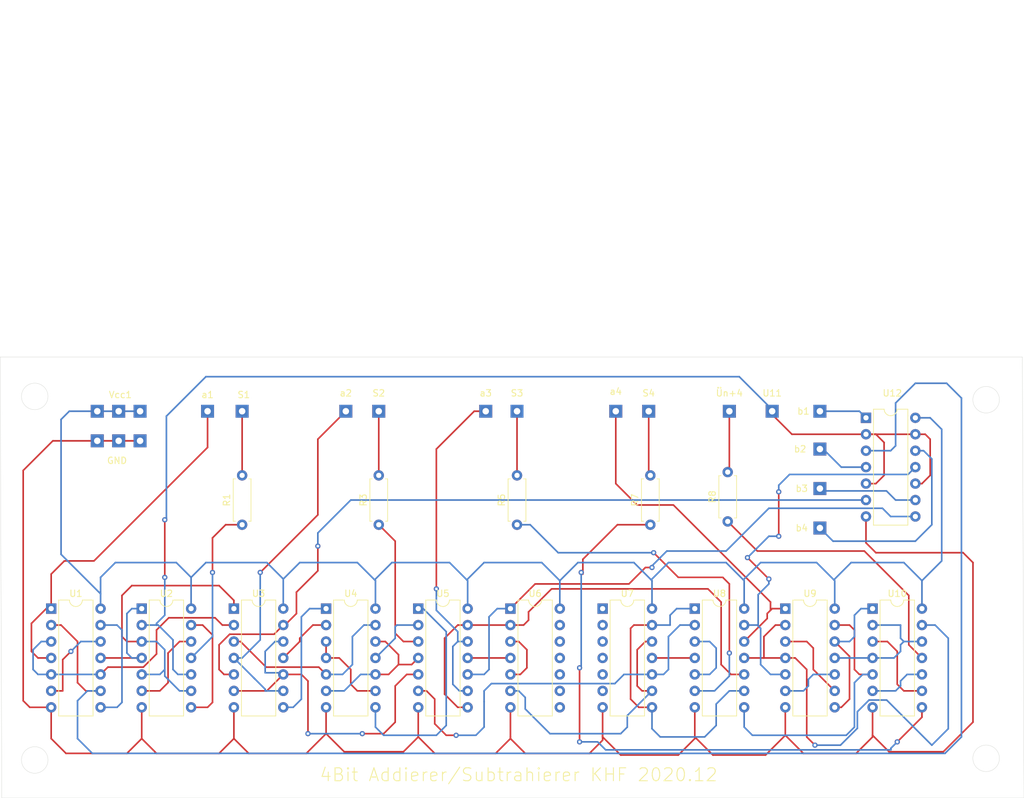
<source format=kicad_pcb>
(kicad_pcb (version 20221018) (generator pcbnew)
  (layers (0 "F.Cu" signal) (31 "B.Cu" signal) (34 "B.Paste" user) (35 "F.Paste" user) (36 "B.SilkS" user "B.Silkscreen") (37 "F.SilkS" user "F.Silkscreen") (38 "B.Mask" user) (39 "F.Mask" user) (44 "Edge.Cuts" user))
  (net 0 "")
  (net 1 "Net-(U1-Pad1)")
  (net 2 "Net-(U1-Pad2)")
  (net 3 "Net-(R1-Pad1)")
  (net 4 "Net-(R3-Pad1)")
  (net 5 "Net-(U1-Pad13)")
  (net 6 "Net-(U1-Pad10)")
  (net 7 "Net-(U1-Pad11)")
  (net 8 "Net-(U1-Pad12)")
  (net 9 "Net-(U2-Pad3)")
  (net 10 "Net-(U2-Pad12)")
  (net 11 "Net-(U2-Pad13)")
  (net 12 "Net-(U3-Pad4)")
  (net 13 "Net-(U3-Pad10)")
  (net 14 "Net-(U3-Pad11)")
  (net 15 "Net-(U3-Pad8)")
  (net 16 "Net-(U4-Pad8)")
  (net 17 "Net-(U4-Pad3)")
  (net 18 "Net-(U4-Pad10)")
  (net 19 "Net-(U4-Pad11)")
  (net 20 "+5V")
  (net 21 "Net-(U5-Pad12)")
  (net 22 "Net-(R5-Pad1)")
  (net 23 "Net-(R7-Pad1)")
  (net 24 "Net-(R8-Pad1)")
  (net 25 "Net-(U5-Pad13)")
  (net 26 "Net-(U5-Pad11)")
  (net 27 "Net-(U6-Pad3)")
  (net 28 "Net-(U6-Pad6)")
  (net 29 "Net-(U7-Pad13)")
  (net 30 "Net-(U7-Pad11)")
  (net 31 "Net-(U8-Pad3)")
  (net 32 "Net-(U10-Pad13)")
  (net 33 "Net-(U8-Pad12)")
  (net 34 "Net-(U10-Pad5)")
  (net 35 "Net-(U9-Pad10)")
  (net 36 "Net-(U10-Pad1)")
  (net 37 "Net-(U10-Pad12)")
  (net 38 "Net-(U9-Pad3)")
  (net 39 "Net-(U10-Pad3)")
  (net 40 "Net-(U10-Pad10)")
  (net 41 "Net-(U12-Pad1)")
  (net 42 "Net-(U12-Pad4)")
  (net 43 "Net-(U12-Pad9)")
  (net 44 "Net-(U12-Pad12)")
  (net 45 "Net-(GND1-Pad1)")
  (net 46 "Net-(R1-Pad2)")
  (net 47 "Net-(R3-Pad2)")
  (net 48 "Net-(R5-Pad2)")
  (net 49 "Net-(R7-Pad2)")
  (net 50 "Net-(R8-Pad2)")
  (net 51 "Net-(U3-Pad3)")
  (net 52 "Net-(U12-Pad6)")
  (net 53 "Net-(U12-Pad8)")
  (net 54 "Net-(U5-Pad6)")
  (net 55 "Net-(U12-Pad11)")
  (net 56 "Net-(U11-Pad1)")
  (footprint "KHF_LIB:LP" (layer "F.Cu") (at 70.866 94.996)
    (fp_text reference "a1")
    (fp_text value "LP_A")
  )
  (footprint "KHF_LIB:LP" (layer "F.Cu") (at 92.202 94.996)
    (fp_text reference "a2")
    (fp_text value "LP_A")
  )
  (footprint "KHF_LIB:LP" (layer "F.Cu") (at 113.792 94.996)
    (fp_text reference "a3")
    (fp_text value "LP_A")
  )
  (footprint "KHF_LIB:LP" (layer "F.Cu") (at 133.858 94.996)
    (fp_text reference "a4")
    (fp_text value "LP_A")
  )
  (footprint "KHF_LIB:LP" (layer "F.Cu") (at 165.354 94.996)
    (fp_text reference "b1")
    (fp_text value "LP_A")
  )
  (footprint "KHF_LIB:LP" (layer "F.Cu") (at 165.354 100.838)
    (fp_text reference "b2")
    (fp_text value "LP_A")
  )
  (footprint "KHF_LIB:LP" (layer "F.Cu") (at 165.354 106.934)
    (fp_text reference "b3")
    (fp_text value "LP_A")
  )
  (footprint "KHF_LIB:LP" (layer "F.Cu") (at 165.354 113.03)
    (fp_text reference "b4")
    (fp_text value "LP_A")
  )
  (footprint "KHF_LIB:LP" (layer "F.Cu") (at 53.848 99.568)
    (fp_text reference "GND1")
    (fp_text value "LP_GND")
  )
  (footprint "Resistor_THT:R_Axial_DIN0207_L6.3mm_D2.5mm_P7.62mm_Horizontal" (layer "F.Cu") (at 76.2 112.522 90)
    (fp_text reference "R1")
    (fp_text value "R")
  )
  (footprint "Resistor_THT:R_Axial_DIN0207_L6.3mm_D2.5mm_P7.62mm_Horizontal" (layer "F.Cu") (at 97.282 112.522 90)
    (fp_text reference "R3")
    (fp_text value "R")
  )
  (footprint "Resistor_THT:R_Axial_DIN0207_L6.3mm_D2.5mm_P7.62mm_Horizontal" (layer "F.Cu") (at 118.618 112.522 90)
    (fp_text reference "R5")
    (fp_text value "R")
  )
  (footprint "Resistor_THT:R_Axial_DIN0207_L6.3mm_D2.5mm_P7.62mm_Horizontal" (layer "F.Cu") (at 139.192 112.522 90)
    (fp_text reference "R7")
    (fp_text value "R")
  )
  (footprint "Resistor_THT:R_Axial_DIN0207_L6.3mm_D2.5mm_P7.62mm_Horizontal" (layer "F.Cu") (at 151.13 112.014 90)
    (fp_text reference "R8")
    (fp_text value "R")
  )
  (footprint "KHF_LIB:LP" (layer "F.Cu") (at 76.2 94.996)
    (fp_text reference "S1")
    (fp_text value "S1")
  )
  (footprint "KHF_LIB:LP" (layer "F.Cu") (at 97.282 94.996)
    (fp_text reference "S2")
    (fp_text value "S2")
  )
  (footprint "KHF_LIB:LP" (layer "F.Cu") (at 118.618 94.996)
    (fp_text reference "S3")
    (fp_text value "S3")
  )
  (footprint "KHF_LIB:LP" (layer "F.Cu") (at 138.938 94.996)
    (fp_text reference "S4")
    (fp_text value "S4")
  )
  (footprint "KHF_LIB:LP" (layer "F.Cu") (at 157.988 94.996)
    (fp_text reference "U11")
    (fp_text value "A/S")
  )
  (footprint "Package_DIP:DIP-14_W7.62mm" (layer "F.Cu") (at 172.466 96.012)
    (fp_text reference "U12")
    (fp_text value "74LS86")
  )
  (footprint "KHF_LIB:LP" (layer "F.Cu") (at 53.848 94.996)
    (fp_text reference "Vcc1")
    (fp_text value "LP_VCC")
  )
  (footprint "KHF_LIB:LP" (layer "F.Cu") (at 151.384 94.996)
    (fp_text reference "Ün+4")
    (fp_text value "Ün+4")
  )
  (footprint "KHF_LIB:LP" (layer "F.Cu") (at 60.452 99.568)
    (fp_text reference "GND")
    (fp_text value "LP_VCC")
  )
  (footprint "Package_DIP:DIP-14_W7.62mm" (layer "F.Cu") (at 173.482 125.476)
    (fp_text reference "U10")
    (fp_text value "74LS00")
  )
  (footprint "Package_DIP:DIP-14_W7.62mm" (layer "F.Cu") (at 46.736 125.476)
    (fp_text reference "U1")
    (fp_text value "74LS00")
  )
  (footprint "Package_DIP:DIP-14_W7.62mm" (layer "F.Cu") (at 60.706 125.476)
    (fp_text reference "U2")
    (fp_text value "74LS00")
  )
  (footprint "Package_DIP:DIP-14_W7.62mm" (layer "F.Cu") (at 74.93 125.476)
    (fp_text reference "U3")
    (fp_text value "74LS00")
  )
  (footprint "Package_DIP:DIP-14_W7.62mm" (layer "F.Cu") (at 89.154 125.476)
    (fp_text reference "U4")
    (fp_text value "74LS00")
  )
  (footprint "Package_DIP:DIP-14_W7.62mm" (layer "F.Cu") (at 103.378 125.476)
    (fp_text reference "U5")
    (fp_text value "74LS00")
  )
  (footprint "Package_DIP:DIP-14_W7.62mm" (layer "F.Cu") (at 117.602 125.476)
    (fp_text reference "U6")
    (fp_text value "74LS00")
  )
  (footprint "Package_DIP:DIP-14_W7.62mm" (layer "F.Cu") (at 131.826 125.476)
    (fp_text reference "U7")
    (fp_text value "74LS00")
  )
  (footprint "Package_DIP:DIP-14_W7.62mm" (layer "F.Cu") (at 146.05 125.476)
    (fp_text reference "U8")
    (fp_text value "74LS00")
  )
  (footprint "Package_DIP:DIP-14_W7.62mm" (layer "F.Cu") (at 160.02 125.476)
    (fp_text reference "U9")
    (fp_text value "74LS00")
  )
  (footprint "" (layer "F.Cu") (at 56.642 31.75)
    (fp_text reference "")
    (fp_text value "")
  )
  (footprint "KHF_LIB:LP" (layer "F.Cu") (at 57.15 99.568)
    (fp_text reference "Vcc1")
    (fp_text value "LP_VCC")
  )
  (footprint "KHF_LIB:LP" (layer "F.Cu") (at 60.452 94.996)
    (fp_text reference "Vcc1")
    (fp_text value "LP_VCC")
  )
  (footprint "KHF_LIB:LP" (layer "F.Cu") (at 57.15 94.996)
    (fp_text reference "Vcc1")
    (fp_text value "LP_VCC")
  )
  (gr_line (start 39.116 154.686) (end 38.862 86.614) (stroke (width 0.05)) (layer "Edge.Cuts"))
  (gr_circle (center 191.008 93.218) (end 193.04 93.472) (stroke (width 0.05)) (fill none) (layer "Edge.Cuts"))
  (gr_circle (center 44.196 148.844) (end 46.228 149.098) (stroke (width 0.05)) (fill none) (layer "Edge.Cuts"))
  (gr_line (start 196.85 154.686) (end 39.116 154.686) (stroke (width 0.05)) (layer "Edge.Cuts"))
  (gr_line (start 38.862 86.614) (end 196.596 86.614) (stroke (width 0.05)) (layer "Edge.Cuts"))
  (gr_circle (center 191.008 148.59) (end 193.04 148.844) (stroke (width 0.05)) (fill none) (layer "Edge.Cuts"))
  (gr_circle (center 44.196 92.71) (end 46.228 92.964) (stroke (width 0.05)) (fill none) (layer "Edge.Cuts"))
  (gr_line (start 196.596 86.614) (end 196.85 154.686) (stroke (width 0.05)) (layer "Edge.Cuts"))
  (gr_text "4Bit Addierer/Subtrahierer KHF 2020.12" (at 118.872 151.13) (layer "F.SilkS") (effects (font (size 2 2))))
  (segment (start 44.704 133.096) (end 46.736 133.096) (width 0.25) (layer "F.Cu") (net 1))
  (segment (start 45.974 125.476) (end 43.688 127.762) (width 0.25) (layer "F.Cu") (net 1))
  (segment (start 48.768 118.11) (end 46.736 120.142) (width 0.25) (layer "F.Cu") (net 1))
  (segment (start 46.736 125.476) (end 45.974 125.476) (width 0.25) (layer "F.Cu") (net 1))
  (segment (start 43.688 127.762) (end 43.688 132.08) (width 0.25) (layer "F.Cu") (net 1))
  (segment (start 70.866 94.996) (end 70.866 100.584) (width 0.25) (layer "F.Cu") (net 1))
  (segment (start 46.736 120.142) (end 46.736 125.476) (width 0.25) (layer "F.Cu") (net 1))
  (segment (start 53.34 118.11) (end 48.768 118.11) (width 0.25) (layer "F.Cu") (net 1))
  (segment (start 70.866 100.584) (end 53.34 118.11) (width 0.25) (layer "F.Cu") (net 1))
  (segment (start 43.688 132.08) (end 44.704 133.096) (width 0.25) (layer "F.Cu") (net 1))
  (segment (start 46.736 128.016) (end 48.26 128.016) (width 0.25) (layer "F.Cu") (net 2))
  (segment (start 50.8 130.556) (end 50.8 136.906) (width 0.25) (layer "F.Cu") (net 2))
  (segment (start 52.07 138.176) (end 54.356 138.176) (width 0.25) (layer "F.Cu") (net 2))
  (segment (start 50.8 136.906) (end 52.07 138.176) (width 0.25) (layer "F.Cu") (net 2))
  (segment (start 48.26 128.016) (end 50.8 130.556) (width 0.25) (layer "F.Cu") (net 2))
  (segment (start 176.276 101.092) (end 177.038 100.33) (width 0.25) (layer "B.Cu") (net 2))
  (segment (start 177.038 93.726) (end 180.086 90.678) (width 0.25) (layer "B.Cu") (net 2))
  (segment (start 172.466 101.092) (end 176.276 101.092) (width 0.25) (layer "B.Cu") (net 2))
  (segment (start 184.658 147.828) (end 53.086 147.828) (width 0.25) (layer "B.Cu") (net 2))
  (segment (start 50.8 139.7) (end 52.324 138.176) (width 0.25) (layer "B.Cu") (net 2))
  (segment (start 187.198 92.964) (end 187.198 145.288) (width 0.25) (layer "B.Cu") (net 2))
  (segment (start 50.8 145.542) (end 50.8 139.7) (width 0.25) (layer "B.Cu") (net 2))
  (segment (start 184.912 90.678) (end 187.198 92.964) (width 0.25) (layer "B.Cu") (net 2))
  (segment (start 177.038 100.33) (end 177.038 93.726) (width 0.25) (layer "B.Cu") (net 2))
  (segment (start 53.086 147.828) (end 50.8 145.542) (width 0.25) (layer "B.Cu") (net 2))
  (segment (start 180.086 90.678) (end 184.912 90.678) (width 0.25) (layer "B.Cu") (net 2))
  (segment (start 52.324 138.176) (end 54.356 138.176) (width 0.25) (layer "B.Cu") (net 2))
  (segment (start 187.198 145.288) (end 184.658 147.828) (width 0.25) (layer "B.Cu") (net 2))
  (segment (start 71.628 114.554) (end 73.66 112.522) (width 0.25) (layer "F.Cu") (net 3))
  (segment (start 71.628 119.888) (end 71.628 114.554) (width 0.25) (layer "F.Cu") (net 3))
  (segment (start 73.66 112.522) (end 76.2 112.522) (width 0.25) (layer "F.Cu") (net 3))
  (via (at 71.628 119.888) (size 0.8) (drill 0.4) (layers "F.Cu" "B.Cu") (net 3))
  (segment (start 68.326 133.096) (end 71.12 130.302) (width 0.25) (layer "B.Cu") (net 3))
  (segment (start 71.12 130.302) (end 71.628 129.794) (width 0.25) (layer "B.Cu") (net 3))
  (segment (start 71.628 129.794) (end 71.628 119.888) (width 0.25) (layer "B.Cu") (net 3))
  (segment (start 101.092 130.556) (end 103.378 130.556) (width 0.25) (layer "F.Cu") (net 4))
  (segment (start 97.282 112.522) (end 99.822 115.062) (width 0.25) (layer "F.Cu") (net 4))
  (segment (start 99.822 115.062) (end 99.822 129.286) (width 0.25) (layer "F.Cu") (net 4))
  (segment (start 99.822 129.286) (end 101.092 130.556) (width 0.25) (layer "F.Cu") (net 4))
  (segment (start 57.658 128.778) (end 57.658 139.954) (width 0.25) (layer "B.Cu") (net 5))
  (segment (start 56.896 128.016) (end 57.658 128.778) (width 0.25) (layer "B.Cu") (net 5))
  (segment (start 56.896 140.716) (end 54.356 140.716) (width 0.25) (layer "B.Cu") (net 5))
  (segment (start 57.658 139.954) (end 56.896 140.716) (width 0.25) (layer "B.Cu") (net 5))
  (segment (start 54.356 128.016) (end 56.896 128.016) (width 0.25) (layer "B.Cu") (net 5))
  (segment (start 62.992 132.475002) (end 60.956003 134.510999) (width 0.25) (layer "F.Cu") (net 6))
  (segment (start 55.481001 134.510999) (end 54.356 135.636) (width 0.25) (layer "F.Cu") (net 6))
  (segment (start 60.956003 134.510999) (end 55.481001 134.510999) (width 0.25) (layer "F.Cu") (net 6))
  (segment (start 62.992 128.778) (end 62.992 132.475002) (width 0.25) (layer "F.Cu") (net 6))
  (segment (start 72.026999 126.890999) (end 64.879001 126.890999) (width 0.25) (layer "F.Cu") (net 6))
  (segment (start 64.879001 126.890999) (end 62.992 128.778) (width 0.25) (layer "F.Cu") (net 6))
  (segment (start 73.152 128.016) (end 72.026999 126.890999) (width 0.25) (layer "F.Cu") (net 6))
  (segment (start 74.93 128.016) (end 73.152 128.016) (width 0.25) (layer "F.Cu") (net 6))
  (segment (start 45.212 130.556) (end 43.942 131.826) (width 0.25) (layer "B.Cu") (net 6))
  (segment (start 43.942 131.826) (end 43.942 134.874) (width 0.25) (layer "B.Cu") (net 6))
  (segment (start 44.704 135.636) (end 46.736 135.636) (width 0.25) (layer "B.Cu") (net 6))
  (segment (start 46.736 135.636) (end 54.356 135.636) (width 0.25) (layer "B.Cu") (net 6))
  (segment (start 43.942 134.874) (end 44.704 135.636) (width 0.25) (layer "B.Cu") (net 6))
  (segment (start 46.736 130.556) (end 45.212 130.556) (width 0.25) (layer "B.Cu") (net 6))
  (segment (start 54.356 133.096) (end 60.706 133.096) (width 0.25) (layer "F.Cu") (net 7))
  (segment (start 58.42 132.334) (end 59.182 133.096) (width 0.25) (layer "B.Cu") (net 7))
  (segment (start 59.182 133.096) (end 60.706 133.096) (width 0.25) (layer "B.Cu") (net 7))
  (segment (start 60.706 125.476) (end 59.182 125.476) (width 0.25) (layer "B.Cu") (net 7))
  (segment (start 58.42 126.238) (end 58.42 132.334) (width 0.25) (layer "B.Cu") (net 7))
  (segment (start 59.182 125.476) (end 58.42 126.238) (width 0.25) (layer "B.Cu") (net 7))
  (segment (start 48.514 138.176) (end 48.514 133.35) (width 0.25) (layer "F.Cu") (net 8))
  (segment (start 48.514 133.35) (end 49.784 132.08) (width 0.25) (layer "F.Cu") (net 8))
  (segment (start 46.736 138.176) (end 48.514 138.176) (width 0.25) (layer "F.Cu") (net 8))
  (via (at 49.784 132.08) (size 0.8) (drill 0.4) (layers "F.Cu" "B.Cu") (net 8))
  (segment (start 51.308 130.556) (end 54.356 130.556) (width 0.25) (layer "B.Cu") (net 8))
  (segment (start 49.784 132.08) (end 51.308 130.556) (width 0.25) (layer "B.Cu") (net 8))
  (segment (start 72.644 121.92) (end 59.182 121.92) (width 0.25) (layer "F.Cu") (net 9))
  (segment (start 74.93 124.206) (end 72.644 121.92) (width 0.25) (layer "F.Cu") (net 9))
  (segment (start 57.658 129.794) (end 58.42 130.556) (width 0.25) (layer "F.Cu") (net 9))
  (segment (start 57.658 123.444) (end 57.658 129.794) (width 0.25) (layer "F.Cu") (net 9))
  (segment (start 59.182 121.92) (end 57.658 123.444) (width 0.25) (layer "F.Cu") (net 9))
  (segment (start 74.93 125.476) (end 74.93 124.206) (width 0.25) (layer "F.Cu") (net 9))
  (segment (start 58.42 130.556) (end 60.706 130.556) (width 0.25) (layer "F.Cu") (net 9))
  (segment (start 64.262 134.874) (end 64.262 135.89) (width 0.25) (layer "B.Cu") (net 9))
  (segment (start 63.5 135.636) (end 60.706 135.636) (width 0.25) (layer "B.Cu") (net 9))
  (segment (start 66.548 138.176) (end 68.326 138.176) (width 0.25) (layer "B.Cu") (net 9))
  (segment (start 64.262 131.826) (end 64.262 134.874) (width 0.25) (layer "B.Cu") (net 9))
  (segment (start 62.992 130.556) (end 64.262 131.826) (width 0.25) (layer "B.Cu") (net 9))
  (segment (start 60.706 130.556) (end 62.992 130.556) (width 0.25) (layer "B.Cu") (net 9))
  (segment (start 64.262 134.874) (end 63.5 135.636) (width 0.25) (layer "B.Cu") (net 9))
  (segment (start 64.262 135.89) (end 66.548 138.176) (width 0.25) (layer "B.Cu") (net 9))
  (segment (start 64.77 132.334) (end 64.77 136.906) (width 0.25) (layer "F.Cu") (net 10))
  (segment (start 63.5 138.176) (end 60.706 138.176) (width 0.25) (layer "F.Cu") (net 10))
  (segment (start 66.548 130.556) (end 64.77 132.334) (width 0.25) (layer "F.Cu") (net 10))
  (segment (start 64.77 136.906) (end 63.5 138.176) (width 0.25) (layer "F.Cu") (net 10))
  (segment (start 68.326 130.556) (end 66.548 130.556) (width 0.25) (layer "F.Cu") (net 10))
  (segment (start 70.866 140.716) (end 68.326 140.716) (width 0.25) (layer "F.Cu") (net 11))
  (segment (start 71.628 129.54) (end 71.628 139.954) (width 0.25) (layer "F.Cu") (net 11))
  (segment (start 68.326 128.016) (end 70.104 128.016) (width 0.25) (layer "F.Cu") (net 11))
  (segment (start 70.104 128.016) (end 71.628 129.54) (width 0.25) (layer "F.Cu") (net 11))
  (segment (start 71.628 139.954) (end 70.866 140.716) (width 0.25) (layer "F.Cu") (net 11))
  (segment (start 87.884 110.998) (end 87.884 99.314) (width 0.25) (layer "F.Cu") (net 12))
  (segment (start 87.884 99.314) (end 92.202 94.996) (width 0.25) (layer "F.Cu") (net 12))
  (segment (start 78.994 119.888) (end 87.884 110.998) (width 0.25) (layer "F.Cu") (net 12))
  (via (at 78.994 119.888) (size 0.8) (drill 0.4) (layers "F.Cu" "B.Cu") (net 12))
  (segment (start 74.93 133.096) (end 77.978 136.144) (width 0.25) (layer "B.Cu") (net 12))
  (segment (start 79.756 138.176) (end 79.756 137.922) (width 0.25) (layer "B.Cu") (net 12))
  (segment (start 74.93 133.096) (end 76.2 133.096) (width 0.25) (layer "B.Cu") (net 12))
  (segment (start 79.756 137.922) (end 77.978 136.144) (width 0.25) (layer "B.Cu") (net 12))
  (segment (start 77.978 136.144) (end 78.232 136.398) (width 0.25) (layer "B.Cu") (net 12))
  (segment (start 76.2 133.096) (end 78.994 130.302) (width 0.25) (layer "B.Cu") (net 12))
  (segment (start 78.994 130.302) (end 78.994 119.888) (width 0.25) (layer "B.Cu") (net 12))
  (segment (start 82.55 138.176) (end 79.756 138.176) (width 0.25) (layer "B.Cu") (net 12))
  (segment (start 85.344 135.636) (end 86.36 136.652) (width 0.25) (layer "F.Cu") (net 13))
  (segment (start 80.01 138.176) (end 82.55 135.636) (width 0.25) (layer "F.Cu") (net 13))
  (segment (start 101.6 135.636) (end 99.822 137.414) (width 0.25) (layer "F.Cu") (net 13))
  (segment (start 99.822 137.414) (end 99.822 143.002) (width 0.25) (layer "F.Cu") (net 13))
  (segment (start 99.822 143.002) (end 98.044 144.78) (width 0.25) (layer "F.Cu") (net 13))
  (segment (start 98.044 144.78) (end 94.742 144.78) (width 0.25) (layer "F.Cu") (net 13))
  (segment (start 74.93 138.176) (end 80.01 138.176) (width 0.25) (layer "F.Cu") (net 13))
  (segment (start 86.36 136.652) (end 86.36 144.78) (width 0.25) (layer "F.Cu") (net 13))
  (segment (start 82.55 135.636) (end 85.344 135.636) (width 0.25) (layer "F.Cu") (net 13))
  (segment (start 103.378 135.636) (end 101.6 135.636) (width 0.25) (layer "F.Cu") (net 13))
  (via (at 94.742 144.78) (size 0.8) (drill 0.4) (layers "F.Cu" "B.Cu") (net 13))
  (via (at 86.36 144.78) (size 0.8) (drill 0.4) (layers "F.Cu" "B.Cu") (net 13))
  (segment (start 86.36 144.78) (end 94.742 144.78) (width 0.25) (layer "B.Cu") (net 13))
  (segment (start 82.55 130.556) (end 81.28 130.556) (width 0.25) (layer "B.Cu") (net 13))
  (segment (start 82.296 135.382) (end 82.55 135.636) (width 0.25) (layer "B.Cu") (net 13))
  (segment (start 81.28 130.556) (end 79.756 132.08) (width 0.25) (layer "B.Cu") (net 13))
  (segment (start 79.756 135.382) (end 82.296 135.382) (width 0.25) (layer "B.Cu") (net 13))
  (segment (start 79.756 132.08) (end 79.756 135.382) (width 0.25) (layer "B.Cu") (net 13))
  (segment (start 87.122 128.016) (end 89.154 128.016) (width 0.25) (layer "F.Cu") (net 14))
  (segment (start 82.55 133.096) (end 85.09 130.556) (width 0.25) (layer "F.Cu") (net 14))
  (segment (start 85.09 130.556) (end 85.09 130.048) (width 0.25) (layer "F.Cu") (net 14))
  (segment (start 85.09 130.048) (end 87.122 128.016) (width 0.25) (layer "F.Cu") (net 14))
  (segment (start 84.074 140.716) (end 82.55 140.716) (width 0.25) (layer "B.Cu") (net 15))
  (segment (start 86.614 125.476) (end 85.344 126.746) (width 0.25) (layer "B.Cu") (net 15))
  (segment (start 85.344 139.446) (end 84.074 140.716) (width 0.25) (layer "B.Cu") (net 15))
  (segment (start 85.344 126.746) (end 85.344 139.446) (width 0.25) (layer "B.Cu") (net 15))
  (segment (start 89.154 125.476) (end 86.614 125.476) (width 0.25) (layer "B.Cu") (net 15))
  (segment (start 104.14 125.476) (end 107.696 129.032) (width 0.25) (layer "B.Cu") (net 16))
  (segment (start 96.774 143.764) (end 96.774 140.716) (width 0.25) (layer "B.Cu") (net 16))
  (segment (start 98.044 145.034) (end 96.774 143.764) (width 0.25) (layer "B.Cu") (net 16))
  (segment (start 103.378 125.476) (end 104.14 125.476) (width 0.25) (layer "B.Cu") (net 16))
  (segment (start 107.696 143.51) (end 106.172 145.034) (width 0.25) (layer "B.Cu") (net 16))
  (segment (start 106.172 145.034) (end 98.044 145.034) (width 0.25) (layer "B.Cu") (net 16))
  (segment (start 107.696 129.032) (end 107.696 143.51) (width 0.25) (layer "B.Cu") (net 16))
  (segment (start 89.154 130.556) (end 89.154 133.096) (width 0.25) (layer "F.Cu") (net 17))
  (segment (start 89.154 133.096) (end 91.186 133.096) (width 0.25) (layer "F.Cu") (net 17))
  (segment (start 92.964 134.874) (end 92.964 137.16) (width 0.25) (layer "F.Cu") (net 17))
  (segment (start 93.98 138.176) (end 96.774 138.176) (width 0.25) (layer "F.Cu") (net 17))
  (segment (start 91.186 133.096) (end 92.964 134.874) (width 0.25) (layer "F.Cu") (net 17))
  (segment (start 92.964 137.16) (end 93.98 138.176) (width 0.25) (layer "F.Cu") (net 17))
  (segment (start 96.774 135.636) (end 98.806 135.636) (width 0.25) (layer "F.Cu") (net 18))
  (segment (start 98.298 130.556) (end 96.774 130.556) (width 0.25) (layer "F.Cu") (net 18))
  (segment (start 100.33 132.588) (end 98.298 130.556) (width 0.25) (layer "F.Cu") (net 18))
  (segment (start 98.806 135.636) (end 100.33 134.112) (width 0.25) (layer "F.Cu") (net 18))
  (segment (start 100.33 134.112) (end 102.362 134.112) (width 0.25) (layer "F.Cu") (net 18))
  (segment (start 100.33 134.112) (end 100.33 132.588) (width 0.25) (layer "F.Cu") (net 18))
  (segment (start 102.362 134.112) (end 103.378 133.096) (width 0.25) (layer "F.Cu") (net 18))
  (segment (start 94.488 135.636) (end 96.774 135.636) (width 0.25) (layer "B.Cu") (net 18))
  (segment (start 89.154 138.176) (end 91.948 138.176) (width 0.25) (layer "B.Cu") (net 18))
  (segment (start 91.948 138.176) (end 94.488 135.636) (width 0.25) (layer "B.Cu") (net 18))
  (segment (start 99.822 130.048) (end 99.822 128.27) (width 0.25) (layer "B.Cu") (net 19))
  (segment (start 99.822 128.27) (end 100.076 128.016) (width 0.25) (layer "B.Cu") (net 19))
  (segment (start 96.774 133.096) (end 99.822 130.048) (width 0.25) (layer "B.Cu") (net 19))
  (segment (start 100.076 128.016) (end 103.378 128.016) (width 0.25) (layer "B.Cu") (net 19))
  (segment (start 57.15 94.996) (end 53.848 94.996) (width 0.25) (layer "B.Cu") (net 20))
  (segment (start 141.986 118.364) (end 139.319 121.031) (width 0.25) (layer "B.Cu") (net 20))
  (segment (start 48.26 96.266) (end 48.26 117.094) (width 0.25) (layer "B.Cu") (net 20))
  (segment (start 110.998 125.476) (end 110.998 121.158) (width 0.25) (layer "B.Cu") (net 20))
  (segment (start 128.016 118.364) (end 125.222 121.158) (width 0.25) (layer "B.Cu") (net 20))
  (segment (start 56.642 118.364) (end 54.356 120.65) (width 0.25) (layer "B.Cu") (net 20))
  (segment (start 70.612 118.364) (end 68.326 120.65) (width 0.25) (layer "B.Cu") (net 20))
  (segment (start 60.452 94.996) (end 57.15 94.996) (width 0.25) (layer "B.Cu") (net 20))
  (segment (start 53.848 94.996) (end 49.53 94.996) (width 0.25) (layer "B.Cu") (net 20))
  (segment (start 66.04 118.364) (end 56.642 118.364) (width 0.25) (layer "B.Cu") (net 20))
  (segment (start 48.26 117.094) (end 54.356 123.19) (width 0.25) (layer "B.Cu") (net 20))
  (segment (start 80.01 118.364) (end 70.612 118.364) (width 0.25) (layer "B.Cu") (net 20))
  (segment (start 93.98 118.364) (end 85.09 118.364) (width 0.25) (layer "B.Cu") (net 20))
  (segment (start 113.538 118.364) (end 110.871 121.031) (width 0.25) (layer "B.Cu") (net 20))
  (segment (start 82.55 125.476) (end 82.55 120.904) (width 0.25) (layer "B.Cu") (net 20))
  (segment (start 153.67 121.158) (end 153.543 121.031) (width 0.25) (layer "B.Cu") (net 20))
  (segment (start 54.356 120.65) (end 54.356 123.19) (width 0.25) (layer "B.Cu") (net 20))
  (segment (start 150.876 118.364) (end 141.986 118.364) (width 0.25) (layer "B.Cu") (net 20))
  (segment (start 96.774 125.476) (end 96.774 121.158) (width 0.25) (layer "B.Cu") (net 20))
  (segment (start 139.446 121.158) (end 139.319 121.031) (width 0.25) (layer "B.Cu") (net 20))
  (segment (start 96.647 121.031) (end 93.98 118.364) (width 0.25) (layer "B.Cu") (net 20))
  (segment (start 96.774 121.158) (end 96.647 121.031) (width 0.25) (layer "B.Cu") (net 20))
  (segment (start 181.102 125.476) (end 181.102 121.158) (width 0.25) (layer "B.Cu") (net 20))
  (segment (start 108.204 118.364) (end 99.314 118.364) (width 0.25) (layer "B.Cu") (net 20))
  (segment (start 139.319 121.031) (end 136.652 118.364) (width 0.25) (layer "B.Cu") (net 20))
  (segment (start 181.102 121.158) (end 178.308 118.364) (width 0.25) (layer "B.Cu") (net 20))
  (segment (start 167.64 125.476) (end 167.64 121.158) (width 0.25) (layer "B.Cu") (net 20))
  (segment (start 164.846 118.364) (end 156.21 118.364) (width 0.25) (layer "B.Cu") (net 20))
  (segment (start 156.21 118.364) (end 153.543 121.031) (width 0.25) (layer "B.Cu") (net 20))
  (segment (start 110.998 121.158) (end 110.871 121.031) (width 0.25) (layer "B.Cu") (net 20))
  (segment (start 68.326 120.65) (end 66.04 118.364) (width 0.25) (layer "B.Cu") (net 20))
  (segment (start 184.15 97.79) (end 182.372 96.012) (width 0.25) (layer "B.Cu") (net 20))
  (segment (start 125.222 125.476) (end 125.222 121.158) (width 0.25) (layer "B.Cu") (net 20))
  (segment (start 85.09 118.364) (end 82.55 120.904) (width 0.25) (layer "B.Cu") (net 20))
  (segment (start 153.67 125.476) (end 153.67 121.158) (width 0.25) (layer "B.Cu") (net 20))
  (segment (start 184.15 118.11) (end 184.15 97.79) (width 0.25) (layer "B.Cu") (net 20))
  (segment (start 68.326 125.476) (end 68.326 120.65) (width 0.25) (layer "B.Cu") (net 20))
  (segment (start 170.18 118.364) (end 167.513 121.031) (width 0.25) (layer "B.Cu") (net 20))
  (segment (start 153.543 121.031) (end 150.876 118.364) (width 0.25) (layer "B.Cu") (net 20))
  (segment (start 136.652 118.364) (end 128.016 118.364) (width 0.25) (layer "B.Cu") (net 20))
  (segment (start 110.871 121.031) (end 108.204 118.364) (width 0.25) (layer "B.Cu") (net 20))
  (segment (start 178.308 118.364) (end 170.18 118.364) (width 0.25) (layer "B.Cu") (net 20))
  (segment (start 182.372 96.012) (end 180.086 96.012) (width 0.25) (layer "B.Cu") (net 20))
  (segment (start 125.222 121.158) (end 122.428 118.364) (width 0.25) (layer "B.Cu") (net 20))
  (segment (start 181.102 121.158) (end 184.15 118.11) (width 0.25) (layer "B.Cu") (net 20))
  (segment (start 167.64 121.158) (end 167.513 121.031) (width 0.25) (layer "B.Cu") (net 20))
  (segment (start 167.513 121.031) (end 164.846 118.364) (width 0.25) (layer "B.Cu") (net 20))
  (segment (start 139.446 125.476) (end 139.446 121.158) (width 0.25) (layer "B.Cu") (net 20))
  (segment (start 122.428 118.364) (end 113.538 118.364) (width 0.25) (layer "B.Cu") (net 20))
  (segment (start 99.314 118.364) (end 96.647 121.031) (width 0.25) (layer "B.Cu") (net 20))
  (segment (start 82.55 120.904) (end 80.01 118.364) (width 0.25) (layer "B.Cu") (net 20))
  (segment (start 49.53 94.996) (end 48.26 96.266) (width 0.25) (layer "B.Cu") (net 20))
  (segment (start 54.356 123.19) (end 54.356 125.476) (width 0.25) (layer "B.Cu") (net 20))
  (segment (start 113.792 94.996) (end 112.014 94.996) (width 0.25) (layer "F.Cu") (net 21))
  (segment (start 112.014 94.996) (end 106.172 100.838) (width 0.25) (layer "F.Cu") (net 21))
  (segment (start 106.172 100.838) (end 106.172 122.428) (width 0.25) (layer "F.Cu") (net 21))
  (via (at 106.172 122.428) (size 0.8) (drill 0.4) (layers "F.Cu" "B.Cu") (net 21))
  (segment (start 108.712 131.318) (end 109.474 130.556) (width 0.25) (layer "B.Cu") (net 21))
  (segment (start 110.998 138.176) (end 109.728 138.176) (width 0.25) (layer "B.Cu") (net 21))
  (segment (start 109.474 129.032) (end 109.474 130.556) (width 0.25) (layer "B.Cu") (net 21))
  (segment (start 109.728 138.176) (end 108.712 137.16) (width 0.25) (layer "B.Cu") (net 21))
  (segment (start 108.712 137.16) (end 108.712 131.318) (width 0.25) (layer "B.Cu") (net 21))
  (segment (start 106.172 125.73) (end 109.474 129.032) (width 0.25) (layer "B.Cu") (net 21))
  (segment (start 109.474 130.556) (end 110.998 130.556) (width 0.25) (layer "B.Cu") (net 21))
  (segment (start 106.172 122.428) (end 106.172 125.73) (width 0.25) (layer "B.Cu") (net 21))
  (segment (start 143.51 120.65) (end 150.368 120.65) (width 0.25) (layer "F.Cu") (net 22))
  (segment (start 150.368 120.65) (end 151.384 121.666) (width 0.25) (layer "F.Cu") (net 22))
  (segment (start 151.384 121.666) (end 151.384 132.334) (width 0.25) (layer "F.Cu") (net 22))
  (segment (start 139.7 116.84) (end 143.51 120.65) (width 0.25) (layer "F.Cu") (net 22))
  (via (at 151.384 132.334) (size 0.8) (drill 0.4) (layers "F.Cu" "B.Cu") (net 22))
  (via (at 139.7 116.84) (size 0.8) (drill 0.4) (layers "F.Cu" "B.Cu") (net 22))
  (segment (start 151.384 135.89) (end 149.098 138.176) (width 0.25) (layer "B.Cu") (net 22))
  (segment (start 151.384 132.334) (end 151.384 135.89) (width 0.25) (layer "B.Cu") (net 22))
  (segment (start 124.968 116.84) (end 139.7 116.84) (width 0.25) (layer "B.Cu") (net 22))
  (segment (start 149.098 138.176) (end 146.05 138.176) (width 0.25) (layer "B.Cu") (net 22))
  (segment (start 120.65 112.522) (end 124.968 116.84) (width 0.25) (layer "B.Cu") (net 22))
  (segment (start 118.618 112.522) (end 120.65 112.522) (width 0.25) (layer "B.Cu") (net 22))
  (segment (start 128.778 117.856) (end 128.778 120.142) (width 0.25) (layer "F.Cu") (net 23))
  (segment (start 128.27 134.62) (end 128.27 146.05) (width 0.25) (layer "F.Cu") (net 23))
  (segment (start 181.102 140.716) (end 181.102 142.24) (width 0.25) (layer "F.Cu") (net 23))
  (segment (start 139.192 112.522) (end 134.112 112.522) (width 0.25) (layer "F.Cu") (net 23))
  (segment (start 134.112 112.522) (end 128.778 117.856) (width 0.25) (layer "F.Cu") (net 23))
  (segment (start 128.778 120.142) (end 128.524 119.888) (width 0.25) (layer "F.Cu") (net 23))
  (segment (start 181.102 142.24) (end 177.292 146.05) (width 0.25) (layer "F.Cu") (net 23))
  (via (at 128.27 146.05) (size 0.8) (drill 0.4) (layers "F.Cu" "B.Cu") (net 23))
  (via (at 177.292 146.05) (size 0.8) (drill 0.4) (layers "F.Cu" "B.Cu") (net 23))
  (via (at 128.524 119.888) (size 0.8) (drill 0.4) (layers "F.Cu" "B.Cu") (net 23))
  (via (at 128.27 134.62) (size 0.8) (drill 0.4) (layers "F.Cu" "B.Cu") (net 23))
  (segment (start 132.297001 147.283001) (end 176.312999 147.283001) (width 0.25) (layer "B.Cu") (net 23))
  (segment (start 177.292 146.05) (end 176.312999 147.029001) (width 0.25) (layer "B.Cu") (net 23))
  (segment (start 176.312999 147.029001) (end 176.312999 147.283001) (width 0.25) (layer "B.Cu") (net 23))
  (segment (start 131.064 146.05) (end 132.297001 147.283001) (width 0.25) (layer "B.Cu") (net 23))
  (segment (start 128.524 119.888) (end 128.524 134.366) (width 0.25) (layer "B.Cu") (net 23))
  (segment (start 128.27 146.05) (end 131.064 146.05) (width 0.25) (layer "B.Cu") (net 23))
  (segment (start 128.524 134.366) (end 128.27 134.62) (width 0.25) (layer "B.Cu") (net 23))
  (segment (start 179.07 123.444) (end 172.212 116.586) (width 0.25) (layer "F.Cu") (net 24))
  (segment (start 181.102 133.096) (end 179.07 131.064) (width 0.25) (layer "F.Cu") (net 24))
  (segment (start 155.702 116.586) (end 151.13 112.014) (width 0.25) (layer "F.Cu") (net 24))
  (segment (start 179.07 131.064) (end 179.07 123.444) (width 0.25) (layer "F.Cu") (net 24))
  (segment (start 172.212 116.586) (end 155.702 116.586) (width 0.25) (layer "F.Cu") (net 24))
  (segment (start 150.114 124.46) (end 148.082 122.428) (width 0.25) (layer "F.Cu") (net 25))
  (segment (start 107.442 138.684) (end 109.474 140.716) (width 0.25) (layer "F.Cu") (net 25))
  (segment (start 110.998 128.016) (end 117.602 128.016) (width 0.25) (layer "F.Cu") (net 25))
  (segment (start 120.396 127.254) (end 119.634 128.016) (width 0.25) (layer "F.Cu") (net 25))
  (segment (start 119.634 128.016) (end 117.602 128.016) (width 0.25) (layer "F.Cu") (net 25))
  (segment (start 120.396 125.984) (end 120.396 127.254) (width 0.25) (layer "F.Cu") (net 25))
  (segment (start 123.952 122.428) (end 120.396 125.984) (width 0.25) (layer "F.Cu") (net 25))
  (segment (start 107.442 130.048) (end 107.442 138.684) (width 0.25) (layer "F.Cu") (net 25))
  (segment (start 153.67 135.636) (end 151.638 135.636) (width 0.25) (layer "F.Cu") (net 25))
  (segment (start 110.998 128.016) (end 109.474 128.016) (width 0.25) (layer "F.Cu") (net 25))
  (segment (start 151.638 135.636) (end 150.114 134.112) (width 0.25) (layer "F.Cu") (net 25))
  (segment (start 148.082 122.428) (end 123.952 122.428) (width 0.25) (layer "F.Cu") (net 25))
  (segment (start 150.114 134.112) (end 150.114 124.46) (width 0.25) (layer "F.Cu") (net 25))
  (segment (start 109.474 140.716) (end 110.998 140.716) (width 0.25) (layer "F.Cu") (net 25))
  (segment (start 109.474 128.016) (end 107.442 130.048) (width 0.25) (layer "F.Cu") (net 25))
  (segment (start 110.998 133.096) (end 117.602 133.096) (width 0.25) (layer "F.Cu") (net 26))
  (segment (start 120.142 131.826) (end 120.142 134.62) (width 0.25) (layer "F.Cu") (net 27))
  (segment (start 117.602 130.556) (end 118.872 130.556) (width 0.25) (layer "F.Cu") (net 27))
  (segment (start 119.126 135.636) (end 117.602 135.636) (width 0.25) (layer "F.Cu") (net 27))
  (segment (start 120.142 134.62) (end 119.126 135.636) (width 0.25) (layer "F.Cu") (net 27))
  (segment (start 118.872 130.556) (end 120.142 131.826) (width 0.25) (layer "F.Cu") (net 27))
  (segment (start 139.446 130.556) (end 138.43 130.556) (width 0.25) (layer "F.Cu") (net 28))
  (segment (start 138.43 130.556) (end 137.16 131.826) (width 0.25) (layer "F.Cu") (net 28))
  (segment (start 137.922 138.176) (end 139.446 138.176) (width 0.25) (layer "F.Cu") (net 28))
  (segment (start 137.16 131.826) (end 137.16 137.414) (width 0.25) (layer "F.Cu") (net 28))
  (segment (start 137.16 137.414) (end 137.922 138.176) (width 0.25) (layer "F.Cu") (net 28))
  (segment (start 139.446 138.176) (end 135.636 141.986) (width 0.25) (layer "B.Cu") (net 28))
  (segment (start 118.872 138.176) (end 117.602 138.176) (width 0.25) (layer "B.Cu") (net 28))
  (segment (start 135.636 143.764) (end 134.62 144.78) (width 0.25) (layer "B.Cu") (net 28))
  (segment (start 119.888 140.97) (end 119.888 139.192) (width 0.25) (layer "B.Cu") (net 28))
  (segment (start 119.888 139.192) (end 118.872 138.176) (width 0.25) (layer "B.Cu") (net 28))
  (segment (start 123.698 144.78) (end 119.888 140.97) (width 0.25) (layer "B.Cu") (net 28))
  (segment (start 135.636 141.986) (end 135.636 143.764) (width 0.25) (layer "B.Cu") (net 28))
  (segment (start 134.62 144.78) (end 123.698 144.78) (width 0.25) (layer "B.Cu") (net 28))
  (segment (start 139.446 128.016) (end 136.652 128.016) (width 0.25) (layer "F.Cu") (net 29))
  (segment (start 136.144 139.446) (end 137.414 140.716) (width 0.25) (layer "F.Cu") (net 29))
  (segment (start 136.144 128.524) (end 136.144 139.446) (width 0.25) (layer "F.Cu") (net 29))
  (segment (start 136.652 128.016) (end 136.144 128.524) (width 0.25) (layer "F.Cu") (net 29))
  (segment (start 137.414 140.716) (end 139.446 140.716) (width 0.25) (layer "F.Cu") (net 29))
  (segment (start 142.24 128.016) (end 139.446 128.016) (width 0.25) (layer "B.Cu") (net 29))
  (segment (start 140.716 145.288) (end 139.446 144.018) (width 0.25) (layer "B.Cu") (net 29))
  (segment (start 143.256 125.476) (end 142.24 126.492) (width 0.25) (layer "B.Cu") (net 29))
  (segment (start 151.384 138.176) (end 149.352 140.208) (width 0.25) (layer "B.Cu") (net 29))
  (segment (start 153.67 138.176) (end 151.384 138.176) (width 0.25) (layer "B.Cu") (net 29))
  (segment (start 139.446 144.018) (end 139.446 140.716) (width 0.25) (layer "B.Cu") (net 29))
  (segment (start 149.352 140.208) (end 149.352 143.51) (width 0.25) (layer "B.Cu") (net 29))
  (segment (start 146.05 125.476) (end 143.256 125.476) (width 0.25) (layer "B.Cu") (net 29))
  (segment (start 149.352 143.51) (end 147.574 145.288) (width 0.25) (layer "B.Cu") (net 29))
  (segment (start 142.24 126.492) (end 142.24 128.016) (width 0.25) (layer "B.Cu") (net 29))
  (segment (start 147.574 145.288) (end 140.716 145.288) (width 0.25) (layer "B.Cu") (net 29))
  (segment (start 139.446 133.096) (end 146.05 133.096) (width 0.25) (layer "F.Cu") (net 30))
  (segment (start 146.05 130.556) (end 148.336 130.556) (width 0.25) (layer "B.Cu") (net 31))
  (segment (start 149.352 134.62) (end 148.336 135.636) (width 0.25) (layer "B.Cu") (net 31))
  (segment (start 148.336 135.636) (end 146.05 135.636) (width 0.25) (layer "B.Cu") (net 31))
  (segment (start 148.336 130.556) (end 149.352 131.572) (width 0.25) (layer "B.Cu") (net 31))
  (segment (start 149.352 131.572) (end 149.352 134.62) (width 0.25) (layer "B.Cu") (net 31))
  (segment (start 164.592 146.558) (end 163.322 145.288) (width 0.25) (layer "F.Cu") (net 32))
  (segment (start 161.544 133.096) (end 160.02 133.096) (width 0.25) (layer "F.Cu") (net 32))
  (segment (start 160.02 128.016) (end 158.496 128.016) (width 0.25) (layer "F.Cu") (net 32))
  (segment (start 158.496 128.016) (end 156.718 129.794) (width 0.25) (layer "F.Cu") (net 32))
  (segment (start 156.718 133.096) (end 153.67 133.096) (width 0.25) (layer "F.Cu") (net 32))
  (segment (start 163.322 145.288) (end 163.322 134.874) (width 0.25) (layer "F.Cu") (net 32))
  (segment (start 156.718 129.794) (end 156.718 133.096) (width 0.25) (layer "F.Cu") (net 32))
  (segment (start 163.322 134.874) (end 161.544 133.096) (width 0.25) (layer "F.Cu") (net 32))
  (segment (start 160.02 133.096) (end 156.718 133.096) (width 0.25) (layer "F.Cu") (net 32))
  (via (at 164.592 146.558) (size 0.8) (drill 0.4) (layers "F.Cu" "B.Cu") (net 32))
  (segment (start 171.138009 143.950401) (end 168.53041 146.558) (width 0.25) (layer "B.Cu") (net 32))
  (segment (start 175.658999 139.590999) (end 172.941999 139.590999) (width 0.25) (layer "B.Cu") (net 32))
  (segment (start 181.102 128.016) (end 183.134 128.016) (width 0.25) (layer "B.Cu") (net 32))
  (segment (start 171.13801 141.394988) (end 171.138009 143.950401) (width 0.25) (layer "B.Cu") (net 32))
  (segment (start 172.941999 139.590999) (end 171.13801 141.394988) (width 0.25) (layer "B.Cu") (net 32))
  (segment (start 185.166 130.048) (end 185.166 138.317002) (width 0.25) (layer "B.Cu") (net 32))
  (segment (start 182.626 146.558) (end 175.658999 139.590999) (width 0.25) (layer "B.Cu") (net 32))
  (segment (start 168.53041 146.558) (end 164.592 146.558) (width 0.25) (layer "B.Cu") (net 32))
  (segment (start 183.134 128.016) (end 185.166 130.048) (width 0.25) (layer "B.Cu") (net 32))
  (segment (start 185.166 144.018) (end 182.626 146.558) (width 0.25) (layer "B.Cu") (net 32))
  (segment (start 185.166 138.317002) (end 185.166 144.018) (width 0.25) (layer "B.Cu") (net 32))
  (segment (start 133.858 106.172) (end 137.16 109.474) (width 0.25) (layer "F.Cu") (net 33))
  (segment (start 157.226 127) (end 157.226 126.238) (width 0.25) (layer "F.Cu") (net 33))
  (segment (start 142.748 109.474) (end 157.734 124.46) (width 0.25) (layer "F.Cu") (net 33))
  (segment (start 157.734 125.73) (end 157.988 125.476) (width 0.25) (layer "F.Cu") (net 33))
  (segment (start 157.226 126.238) (end 157.734 125.73) (width 0.25) (layer "F.Cu") (net 33))
  (segment (start 153.67 130.556) (end 157.226 127) (width 0.25) (layer "F.Cu") (net 33))
  (segment (start 157.734 124.46) (end 157.734 125.73) (width 0.25) (layer "F.Cu") (net 33))
  (segment (start 137.16 109.474) (end 142.748 109.474) (width 0.25) (layer "F.Cu") (net 33))
  (segment (start 133.858 94.996) (end 133.858 106.172) (width 0.25) (layer "F.Cu") (net 33))
  (segment (start 157.988 125.476) (end 160.02 125.476) (width 0.25) (layer "F.Cu") (net 33))
  (segment (start 170.688 128.778) (end 170.688 134.874) (width 0.25) (layer "F.Cu") (net 34))
  (segment (start 167.64 128.016) (end 169.926 128.016) (width 0.25) (layer "F.Cu") (net 34))
  (segment (start 171.45 135.636) (end 173.482 135.636) (width 0.25) (layer "F.Cu") (net 34))
  (segment (start 170.688 134.874) (end 171.45 135.636) (width 0.25) (layer "F.Cu") (net 34))
  (segment (start 169.926 128.016) (end 170.688 128.778) (width 0.25) (layer "F.Cu") (net 34))
  (segment (start 153.67 143.764) (end 153.67 140.716) (width 0.25) (layer "B.Cu") (net 34))
  (segment (start 173.482 135.636) (end 171.958 135.636) (width 0.25) (layer "B.Cu") (net 34))
  (segment (start 170.688 136.906) (end 170.688 143.764) (width 0.25) (layer "B.Cu") (net 34))
  (segment (start 154.94 145.034) (end 153.67 143.764) (width 0.25) (layer "B.Cu") (net 34))
  (segment (start 169.418 145.034) (end 154.94 145.034) (width 0.25) (layer "B.Cu") (net 34))
  (segment (start 170.688 143.764) (end 169.418 145.034) (width 0.25) (layer "B.Cu") (net 34))
  (segment (start 171.958 135.636) (end 170.688 136.906) (width 0.25) (layer "B.Cu") (net 34))
  (segment (start 160.02 138.176) (end 162.814 138.176) (width 0.25) (layer "B.Cu") (net 35))
  (segment (start 162.814 138.176) (end 163.576 137.414) (width 0.25) (layer "B.Cu") (net 35))
  (segment (start 164.338 135.636) (end 167.64 135.636) (width 0.25) (layer "B.Cu") (net 35))
  (segment (start 163.576 136.398) (end 164.338 135.636) (width 0.25) (layer "B.Cu") (net 35))
  (segment (start 163.576 137.414) (end 163.576 136.398) (width 0.25) (layer "B.Cu") (net 35))
  (segment (start 169.926 139.446) (end 168.656 140.716) (width 0.25) (layer "F.Cu") (net 36))
  (segment (start 167.64 130.556) (end 169.926 132.842) (width 0.25) (layer "F.Cu") (net 36))
  (segment (start 169.926 132.842) (end 169.926 139.446) (width 0.25) (layer "F.Cu") (net 36))
  (segment (start 168.656 140.716) (end 167.64 140.716) (width 0.25) (layer "F.Cu") (net 36))
  (segment (start 170.688 129.794) (end 169.926 130.556) (width 0.25) (layer "B.Cu") (net 36))
  (segment (start 171.704 125.476) (end 170.688 126.492) (width 0.25) (layer "B.Cu") (net 36))
  (segment (start 173.482 125.476) (end 171.704 125.476) (width 0.25) (layer "B.Cu") (net 36))
  (segment (start 170.688 126.492) (end 170.688 129.794) (width 0.25) (layer "B.Cu") (net 36))
  (segment (start 169.926 130.556) (end 167.64 130.556) (width 0.25) (layer "B.Cu") (net 36))
  (segment (start 177.8 130.048) (end 178.308 130.556) (width 0.25) (layer "B.Cu") (net 37))
  (segment (start 173.482 128.016) (end 177.8 128.016) (width 0.25) (layer "B.Cu") (net 37))
  (segment (start 176.784 133.096) (end 177.8 132.08) (width 0.25) (layer "B.Cu") (net 37))
  (segment (start 177.8 132.08) (end 177.8 131.064) (width 0.25) (layer "B.Cu") (net 37))
  (segment (start 177.8 128.016) (end 177.8 130.048) (width 0.25) (layer "B.Cu") (net 37))
  (segment (start 173.482 133.096) (end 167.64 133.096) (width 0.25) (layer "B.Cu") (net 37))
  (segment (start 173.482 133.096) (end 176.784 133.096) (width 0.25) (layer "B.Cu") (net 37))
  (segment (start 178.308 130.556) (end 181.102 130.556) (width 0.25) (layer "B.Cu") (net 37))
  (segment (start 177.8 131.064) (end 178.308 130.556) (width 0.25) (layer "B.Cu") (net 37))
  (segment (start 164.338 134.874) (end 164.338 131.572) (width 0.25) (layer "F.Cu") (net 38))
  (segment (start 163.322 130.556) (end 160.02 130.556) (width 0.25) (layer "F.Cu") (net 38))
  (segment (start 167.64 138.176) (end 164.338 134.874) (width 0.25) (layer "F.Cu") (net 38))
  (segment (start 164.338 131.572) (end 163.322 130.556) (width 0.25) (layer "F.Cu") (net 38))
  (segment (start 173.482 130.556) (end 175.768 130.556) (width 0.25) (layer "F.Cu") (net 39))
  (segment (start 177.292 132.08) (end 177.292 137.16) (width 0.25) (layer "F.Cu") (net 39))
  (segment (start 178.308 138.176) (end 181.102 138.176) (width 0.25) (layer "F.Cu") (net 39))
  (segment (start 177.292 137.16) (end 178.308 138.176) (width 0.25) (layer "F.Cu") (net 39))
  (segment (start 175.768 130.556) (end 177.292 132.08) (width 0.25) (layer "F.Cu") (net 39))
  (segment (start 177.8 136.652) (end 178.816 135.636) (width 0.25) (layer "B.Cu") (net 40))
  (segment (start 177.038 138.176) (end 177.8 137.414) (width 0.25) (layer "B.Cu") (net 40))
  (segment (start 173.482 138.176) (end 177.038 138.176) (width 0.25) (layer "B.Cu") (net 40))
  (segment (start 178.816 135.636) (end 181.102 135.636) (width 0.25) (layer "B.Cu") (net 40))
  (segment (start 177.8 137.414) (end 177.8 136.652) (width 0.25) (layer "B.Cu") (net 40))
  (segment (start 171.45 94.996) (end 172.466 96.012) (width 0.25) (layer "B.Cu") (net 41))
  (segment (start 165.354 94.996) (end 171.45 94.996) (width 0.25) (layer "B.Cu") (net 41))
  (segment (start 168.656 103.632) (end 172.466 103.632) (width 0.25) (layer "B.Cu") (net 42))
  (segment (start 165.862 100.838) (end 168.656 103.632) (width 0.25) (layer "B.Cu") (net 42))
  (segment (start 165.354 100.838) (end 165.862 100.838) (width 0.25) (layer "B.Cu") (net 42))
  (segment (start 165.717001 107.297001) (end 175.623001 107.297001) (width 0.25) (layer "B.Cu") (net 43))
  (segment (start 177.038 108.712) (end 180.086 108.712) (width 0.25) (layer "B.Cu") (net 43))
  (segment (start 165.354 106.934) (end 165.717001 107.297001) (width 0.25) (layer "B.Cu") (net 43))
  (segment (start 175.623001 107.297001) (end 177.038 108.712) (width 0.25) (layer "B.Cu") (net 43))
  (segment (start 182.626 112.522) (end 180.086 115.062) (width 0.25) (layer "B.Cu") (net 44))
  (segment (start 182.626 102.362) (end 182.626 112.522) (width 0.25) (layer "B.Cu") (net 44))
  (segment (start 180.086 101.092) (end 181.356 101.092) (width 0.25) (layer "B.Cu") (net 44))
  (segment (start 181.356 101.092) (end 182.626 102.362) (width 0.25) (layer "B.Cu") (net 44))
  (segment (start 167.386 115.062) (end 165.354 113.03) (width 0.25) (layer "B.Cu") (net 44))
  (segment (start 180.086 115.062) (end 167.386 115.062) (width 0.25) (layer "B.Cu") (net 44))
  (segment (start 57.15 99.568) (end 60.452 99.568) (width 0.25) (layer "F.Cu") (net 45))
  (segment (start 105.918 147.828) (end 103.378 145.288) (width 0.25) (layer "F.Cu") (net 45))
  (segment (start 143.51 148.082) (end 134.62 148.082) (width 0.25) (layer "F.Cu") (net 45))
  (segment (start 89.154 144.78) (end 89.154 140.716) (width 0.25) (layer "F.Cu") (net 45))
  (segment (start 131.826 145.034) (end 131.826 140.716) (width 0.25) (layer "F.Cu") (net 45))
  (segment (start 117.602 145.542) (end 117.602 145.288) (width 0.25) (layer "F.Cu") (net 45))
  (segment (start 148.082 147.32) (end 146.05 145.288) (width 0.25) (layer "F.Cu") (net 45))
  (segment (start 173.482 140.716) (end 173.482 145.034) (width 0.25) (layer "F.Cu") (net 45))
  (segment (start 49.022 147.828) (end 46.736 145.542) (width 0.25) (layer "F.Cu") (net 45))
  (segment (start 160.02 145.034) (end 160.02 140.716) (width 0.25) (layer "F.Cu") (net 45))
  (segment (start 53.848 99.568) (end 46.99 99.568) (width 0.25) (layer "F.Cu") (net 45))
  (segment (start 42.418 139.7) (end 43.434 140.716) (width 0.25) (layer "F.Cu") (net 45))
  (segment (start 188.976 143.002) (end 184.404 147.574) (width 0.25) (layer "F.Cu") (net 45))
  (segment (start 134.62 148.082) (end 131.826 145.288) (width 0.25) (layer "F.Cu") (net 45))
  (segment (start 77.216 147.828) (end 86.106 147.828) (width 0.25) (layer "F.Cu") (net 45))
  (segment (start 42.418 104.14) (end 42.418 139.7) (width 0.25) (layer "F.Cu") (net 45))
  (segment (start 101.092 147.574) (end 91.948 147.574) (width 0.25) (layer "F.Cu") (net 45))
  (segment (start 146.05 145.288) (end 146.05 145.542) (width 0.25) (layer "F.Cu") (net 45))
  (segment (start 46.99 99.568) (end 42.418 104.14) (width 0.25) (layer "F.Cu") (net 45))
  (segment (start 172.466 115.316) (end 173.99 116.84) (width 0.25) (layer "F.Cu") (net 45))
  (segment (start 53.848 99.568) (end 57.15 99.568) (width 0.25) (layer "F.Cu") (net 45))
  (segment (start 160.02 145.034) (end 156.972 148.082) (width 0.25) (layer "F.Cu") (net 45))
  (segment (start 131.826 145.796) (end 129.794 147.828) (width 0.25) (layer "F.Cu") (net 45))
  (segment (start 72.644 147.828) (end 62.992 147.828) (width 0.25) (layer "F.Cu") (net 45))
  (segment (start 91.948 147.574) (end 89.154 144.78) (width 0.25) (layer "F.Cu") (net 45))
  (segment (start 74.93 140.716) (end 74.93 145.542) (width 0.25) (layer "F.Cu") (net 45))
  (segment (start 60.706 145.542) (end 60.706 140.716) (width 0.25) (layer "F.Cu") (net 45))
  (segment (start 46.736 145.542) (end 46.736 140.716) (width 0.25) (layer "F.Cu") (net 45))
  (segment (start 117.602 145.542) (end 115.316 147.828) (width 0.25) (layer "F.Cu") (net 45))
  (segment (start 74.93 145.542) (end 77.216 147.828) (width 0.25) (layer "F.Cu") (net 45))
  (segment (start 173.482 145.288) (end 170.942 147.828) (width 0.25) (layer "F.Cu") (net 45))
  (segment (start 115.316 147.828) (end 105.918 147.828) (width 0.25) (layer "F.Cu") (net 45))
  (segment (start 148.844 148.082) (end 148.082 147.32) (width 0.25) (layer "F.Cu") (net 45))
  (segment (start 117.602 145.288) (end 117.602 140.716) (width 0.25) (layer "F.Cu") (net 45))
  (segment (start 146.05 145.542) (end 143.51 148.082) (width 0.25) (layer "F.Cu") (net 45))
  (segment (start 131.826 145.034) (end 131.826 145.796) (width 0.25) (layer "F.Cu") (net 45))
  (segment (start 172.466 111.252) (end 172.466 115.316) (width 0.25) (layer "F.Cu") (net 45))
  (segment (start 187.452 116.84) (end 188.976 118.364) (width 0.25) (layer "F.Cu") (net 45))
  (segment (start 103.378 145.288) (end 101.092 147.574) (width 0.25) (layer "F.Cu") (net 45))
  (segment (start 62.992 147.828) (end 60.706 145.542) (width 0.25) (layer "F.Cu") (net 45))
  (segment (start 103.378 145.288) (end 103.378 140.716) (width 0.25) (layer "F.Cu") (net 45))
  (segment (start 86.106 147.828) (end 89.154 144.78) (width 0.25) (layer "F.Cu") (net 45))
  (segment (start 58.42 147.828) (end 49.022 147.828) (width 0.25) (layer "F.Cu") (net 45))
  (segment (start 176.022 147.574) (end 173.482 145.034) (width 0.25) (layer "F.Cu") (net 45))
  (segment (start 188.976 118.364) (end 188.976 143.002) (width 0.25) (layer "F.Cu") (net 45))
  (segment (start 74.93 145.542) (end 72.644 147.828) (width 0.25) (layer "F.Cu") (net 45))
  (segment (start 146.05 145.288) (end 146.05 140.716) (width 0.25) (layer "F.Cu") (net 45))
  (segment (start 119.888 147.828) (end 117.602 145.542) (width 0.25) (layer "F.Cu") (net 45))
  (segment (start 43.434 140.716) (end 46.736 140.716) (width 0.25) (layer "F.Cu") (net 45))
  (segment (start 184.404 147.574) (end 176.022 147.574) (width 0.25) (layer "F.Cu") (net 45))
  (segment (start 156.972 148.082) (end 148.844 148.082) (width 0.25) (layer "F.Cu") (net 45))
  (segment (start 60.706 145.542) (end 58.42 147.828) (width 0.25) (layer "F.Cu") (net 45))
  (segment (start 173.99 116.84) (end 187.452 116.84) (width 0.25) (layer "F.Cu") (net 45))
  (segment (start 129.794 147.828) (end 119.888 147.828) (width 0.25) (layer "F.Cu") (net 45))
  (segment (start 131.826 145.288) (end 131.826 145.034) (width 0.25) (layer "F.Cu") (net 45))
  (segment (start 148.336 147.574) (end 148.082 147.32) (width 0.25) (layer "F.Cu") (net 45))
  (segment (start 170.942 147.828) (end 162.814 147.828) (width 0.25) (layer "F.Cu") (net 45))
  (segment (start 173.482 145.034) (end 173.482 145.288) (width 0.25) (layer "F.Cu") (net 45))
  (segment (start 162.814 147.828) (end 160.02 145.034) (width 0.25) (layer "F.Cu") (net 45))
  (segment (start 76.2 94.996) (end 76.2 104.902) (width 0.25) (layer "F.Cu") (net 46))
  (segment (start 97.282 94.996) (end 97.282 104.902) (width 0.25) (layer "F.Cu") (net 47))
  (segment (start 118.618 94.996) (end 118.618 104.902) (width 0.25) (layer "F.Cu") (net 48))
  (segment (start 138.938 94.996) (end 138.938 104.648) (width 0.25) (layer "F.Cu") (net 49))
  (segment (start 138.938 104.648) (end 139.192 104.902) (width 0.25) (layer "F.Cu") (net 49))
  (segment (start 151.384 104.14) (end 151.13 104.394) (width 0.25) (layer "F.Cu") (net 50))
  (segment (start 151.384 94.996) (end 151.384 104.14) (width 0.25) (layer "F.Cu") (net 50))
  (segment (start 75.946 130.556) (end 74.93 130.556) (width 0.25) (layer "F.Cu") (net 51))
  (segment (start 88.028999 134.510999) (end 79.900999 134.510999) (width 0.25) (layer "F.Cu") (net 51))
  (segment (start 79.900999 134.510999) (end 75.946 130.556) (width 0.25) (layer "F.Cu") (net 51))
  (segment (start 89.154 135.636) (end 88.028999 134.510999) (width 0.25) (layer "F.Cu") (net 51))
  (segment (start 94.996 128.016) (end 96.774 128.016) (width 0.25) (layer "B.Cu") (net 51))
  (segment (start 93.218 129.794) (end 94.996 128.016) (width 0.25) (layer "B.Cu") (net 51))
  (segment (start 91.694 135.636) (end 93.218 134.112) (width 0.25) (layer "B.Cu") (net 51))
  (segment (start 89.154 135.636) (end 91.694 135.636) (width 0.25) (layer "B.Cu") (net 51))
  (segment (start 93.218 134.112) (end 93.218 129.794) (width 0.25) (layer "B.Cu") (net 51))
  (segment (start 81.135001 129.430999) (end 74.277001 129.430999) (width 0.25) (layer "F.Cu") (net 52))
  (segment (start 72.644 131.064) (end 72.644 134.874) (width 0.25) (layer "F.Cu") (net 52))
  (segment (start 73.406 135.636) (end 74.93 135.636) (width 0.25) (layer "F.Cu") (net 52))
  (segment (start 87.884 115.824) (end 87.884 119.634) (width 0.25) (layer "F.Cu") (net 52))
  (segment (start 84.582 126.238) (end 82.804 128.016) (width 0.25) (layer "F.Cu") (net 52))
  (segment (start 82.804 128.016) (end 82.55 128.016) (width 0.25) (layer "F.Cu") (net 52))
  (segment (start 72.644 134.874) (end 73.406 135.636) (width 0.25) (layer "F.Cu") (net 52))
  (segment (start 84.582 122.936) (end 84.582 126.238) (width 0.25) (layer "F.Cu") (net 52))
  (segment (start 87.884 119.634) (end 84.582 122.936) (width 0.25) (layer "F.Cu") (net 52))
  (segment (start 74.277001 129.430999) (end 72.644 131.064) (width 0.25) (layer "F.Cu") (net 52))
  (segment (start 82.55 128.016) (end 81.135001 129.430999) (width 0.25) (layer "F.Cu") (net 52))
  (via (at 87.884 115.824) (size 0.8) (drill 0.4) (layers "F.Cu" "B.Cu") (net 52))
  (segment (start 92.964 108.712) (end 87.884 113.792) (width 0.25) (layer "B.Cu") (net 52))
  (segment (start 172.466 108.712) (end 92.964 108.712) (width 0.25) (layer "B.Cu") (net 52))
  (segment (start 87.884 113.792) (end 87.884 115.824) (width 0.25) (layer "B.Cu") (net 52))
  (segment (start 121.412 121.666) (end 117.602 125.476) (width 0.25) (layer "F.Cu") (net 53))
  (segment (start 135.89 121.666) (end 121.412 121.666) (width 0.25) (layer "F.Cu") (net 53))
  (segment (start 139.446 119.126) (end 138.43 119.126) (width 0.25) (layer "F.Cu") (net 53))
  (segment (start 138.43 119.126) (end 135.89 121.666) (width 0.25) (layer "F.Cu") (net 53))
  (via (at 139.446 119.126) (size 0.8) (drill 0.4) (layers "F.Cu" "B.Cu") (net 53))
  (segment (start 176.276 111.252) (end 175.006 109.982) (width 0.25) (layer "B.Cu") (net 53))
  (segment (start 180.086 111.252) (end 176.276 111.252) (width 0.25) (layer "B.Cu") (net 53))
  (segment (start 175.006 109.982) (end 157.48 109.982) (width 0.25) (layer "B.Cu") (net 53))
  (segment (start 157.48 109.982) (end 150.876 116.586) (width 0.25) (layer "B.Cu") (net 53))
  (segment (start 139.446 118.872) (end 139.446 119.126) (width 0.25) (layer "B.Cu") (net 53))
  (segment (start 113.538 135.636) (end 110.998 135.636) (width 0.25) (layer "B.Cu") (net 53))
  (segment (start 114.3 126.746) (end 114.3 134.874) (width 0.25) (layer "B.Cu") (net 53))
  (segment (start 141.732 116.586) (end 139.446 118.872) (width 0.25) (layer "B.Cu") (net 53))
  (segment (start 117.602 125.476) (end 115.57 125.476) (width 0.25) (layer "B.Cu") (net 53))
  (segment (start 114.3 134.874) (end 113.538 135.636) (width 0.25) (layer "B.Cu") (net 53))
  (segment (start 115.57 125.476) (end 114.3 126.746) (width 0.25) (layer "B.Cu") (net 53))
  (segment (start 150.876 116.586) (end 141.732 116.586) (width 0.25) (layer "B.Cu") (net 53))
  (segment (start 104.648 138.176) (end 103.378 138.176) (width 0.25) (layer "F.Cu") (net 54))
  (segment (start 105.918 139.446) (end 104.648 138.176) (width 0.25) (layer "F.Cu") (net 54))
  (segment (start 109.22 145.034) (end 107.696 145.034) (width 0.25) (layer "F.Cu") (net 54))
  (segment (start 107.696 145.034) (end 105.918 143.256) (width 0.25) (layer "F.Cu") (net 54))
  (segment (start 105.918 143.256) (end 105.918 139.446) (width 0.25) (layer "F.Cu") (net 54))
  (via (at 109.22 145.034) (size 0.8) (drill 0.4) (layers "F.Cu" "B.Cu") (net 54))
  (segment (start 113.538 138.176) (end 113.538 139.841002) (width 0.25) (layer "B.Cu") (net 54))
  (segment (start 113.538 139.841002) (end 113.538 143.764) (width 0.25) (layer "B.Cu") (net 54))
  (segment (start 113.538 143.764) (end 112.268 145.034) (width 0.25) (layer "B.Cu") (net 54))
  (segment (start 141.224 135.636) (end 139.446 135.636) (width 0.25) (layer "B.Cu") (net 54))
  (segment (start 112.268 145.034) (end 109.22 145.034) (width 0.25) (layer "B.Cu") (net 54))
  (segment (start 139.446 135.636) (end 135.128 135.636) (width 0.25) (layer "B.Cu") (net 54))
  (segment (start 141.986 134.874) (end 141.224 135.636) (width 0.25) (layer "B.Cu") (net 54))
  (segment (start 135.128 135.636) (end 133.713001 137.050999) (width 0.25) (layer "B.Cu") (net 54))
  (segment (start 146.05 128.016) (end 143.764 128.016) (width 0.25) (layer "B.Cu") (net 54))
  (segment (start 114.663001 137.050999) (end 113.538 138.176) (width 0.25) (layer "B.Cu") (net 54))
  (segment (start 133.713001 137.050999) (end 114.663001 137.050999) (width 0.25) (layer "B.Cu") (net 54))
  (segment (start 141.986 129.794) (end 141.986 134.874) (width 0.25) (layer "B.Cu") (net 54))
  (segment (start 143.764 128.016) (end 141.986 129.794) (width 0.25) (layer "B.Cu") (net 54))
  (segment (start 159.004 114.3) (end 159.004 114.3) (width 0.25) (layer "F.Cu") (net 55))
  (segment (start 159.004 107.442) (end 159.004 114.3) (width 0.25) (layer "F.Cu") (net 55))
  (segment (start 154.178 117.602) (end 157.48 120.904) (width 0.25) (layer "F.Cu") (net 55))
  (via (at 159.004 107.442) (size 0.8) (drill 0.4) (layers "F.Cu" "B.Cu") (net 55))
  (via (at 157.48 120.904) (size 0.8) (drill 0.4) (layers "F.Cu" "B.Cu") (net 55))
  (via (at 154.178 117.602) (size 0.8) (drill 0.4) (layers "F.Cu" "B.Cu") (net 55))
  (via (at 159.004 114.3) (size 0.8) (drill 0.4) (layers "F.Cu" "B.Cu") (net 55))
  (segment (start 157.734 135.636) (end 160.02 135.636) (width 0.25) (layer "B.Cu") (net 55))
  (segment (start 159.004 106.426) (end 159.004 107.442) (width 0.25) (layer "B.Cu") (net 55))
  (segment (start 159.004 114.3) (end 157.48 114.3) (width 0.25) (layer "B.Cu") (net 55))
  (segment (start 153.67 128.016) (end 155.702 128.016) (width 0.25) (layer "B.Cu") (net 55))
  (segment (start 155.829 128.143) (end 156.21 128.524) (width 0.25) (layer "B.Cu") (net 55))
  (segment (start 156.21 128.524) (end 156.21 134.112) (width 0.25) (layer "B.Cu") (net 55))
  (segment (start 157.48 114.3) (end 154.178 117.602) (width 0.25) (layer "B.Cu") (net 55))
  (segment (start 157.48 121.666) (end 155.829 123.317) (width 0.25) (layer "B.Cu") (net 55))
  (segment (start 155.829 123.317) (end 155.829 128.143) (width 0.25) (layer "B.Cu") (net 55))
  (segment (start 157.48 120.904) (end 157.48 121.666) (width 0.25) (layer "B.Cu") (net 55))
  (segment (start 178.960999 104.757001) (end 160.672999 104.757001) (width 0.25) (layer "B.Cu") (net 55))
  (segment (start 156.21 134.112) (end 157.734 135.636) (width 0.25) (layer "B.Cu") (net 55))
  (segment (start 180.086 103.632) (end 178.960999 104.757001) (width 0.25) (layer "B.Cu") (net 55))
  (segment (start 155.702 128.016) (end 155.829 128.143) (width 0.25) (layer "B.Cu") (net 55))
  (segment (start 160.672999 104.757001) (end 159.004 106.426) (width 0.25) (layer "B.Cu") (net 55))
  (segment (start 175.26 99.822) (end 175.26 104.902) (width 0.25) (layer "F.Cu") (net 56))
  (segment (start 172.466 98.552) (end 173.99 98.552) (width 0.25) (layer "F.Cu") (net 56))
  (segment (start 173.99 106.172) (end 172.466 106.172) (width 0.25) (layer "F.Cu") (net 56))
  (segment (start 182.372 104.902) (end 181.102 106.172) (width 0.25) (layer "F.Cu") (net 56))
  (segment (start 157.988 95.504) (end 161.036 98.552) (width 0.25) (layer "F.Cu") (net 56))
  (segment (start 64.262 111.76) (end 64.262 120.396) (width 0.25) (layer "F.Cu") (net 56))
  (segment (start 173.99 98.552) (end 175.26 99.822) (width 0.25) (layer "F.Cu") (net 56))
  (segment (start 180.086 98.552) (end 172.466 98.552) (width 0.25) (layer "F.Cu") (net 56))
  (segment (start 181.61 98.552) (end 182.372 99.314) (width 0.25) (layer "F.Cu") (net 56))
  (segment (start 180.086 98.552) (end 181.61 98.552) (width 0.25) (layer "F.Cu") (net 56))
  (segment (start 161.036 98.552) (end 172.466 98.552) (width 0.25) (layer "F.Cu") (net 56))
  (segment (start 175.26 104.902) (end 173.99 106.172) (width 0.25) (layer "F.Cu") (net 56))
  (segment (start 157.988 94.996) (end 157.988 95.504) (width 0.25) (layer "F.Cu") (net 56))
  (segment (start 181.102 106.172) (end 180.086 106.172) (width 0.25) (layer "F.Cu") (net 56))
  (segment (start 182.372 99.314) (end 182.372 104.902) (width 0.25) (layer "F.Cu") (net 56))
  (segment (start 64.262 120.396) (end 64.262 120.65) (width 0.25) (layer "F.Cu") (net 56))
  (via (at 64.262 120.65) (size 0.8) (drill 0.4) (layers "F.Cu" "B.Cu") (net 56))
  (via (at 64.262 111.76) (size 0.8) (drill 0.4) (layers "F.Cu" "B.Cu") (net 56))
  (segment (start 64.516 111.506) (end 64.262 111.76) (width 0.25) (layer "B.Cu") (net 56))
  (segment (start 64.516 95.758) (end 64.516 111.506) (width 0.25) (layer "B.Cu") (net 56))
  (segment (start 157.988 94.996) (end 157.988 94.742) (width 0.25) (layer "B.Cu") (net 56))
  (segment (start 65.532 134.874) (end 66.294 135.636) (width 0.25) (layer "B.Cu") (net 56))
  (segment (start 66.294 135.636) (end 68.326 135.636) (width 0.25) (layer "B.Cu") (net 56))
  (segment (start 65.532 130.302) (end 65.532 134.874) (width 0.25) (layer "B.Cu") (net 56))
  (segment (start 64.262 120.65) (end 64.262 126.492) (width 0.25) (layer "B.Cu") (net 56))
  (segment (start 60.706 128.016) (end 62.992 128.016) (width 0.25) (layer "B.Cu") (net 56))
  (segment (start 70.612 89.662) (end 64.516 95.758) (width 0.25) (layer "B.Cu") (net 56))
  (segment (start 152.908 89.662) (end 70.612 89.662) (width 0.25) (layer "B.Cu") (net 56))
  (segment (start 64.262 126.492) (end 62.992 127.762) (width 0.25) (layer "B.Cu") (net 56))
  (segment (start 157.988 94.742) (end 152.908 89.662) (width 0.25) (layer "B.Cu") (net 56))
  (segment (start 62.992 128.016) (end 63.246 128.016) (width 0.25) (layer "B.Cu") (net 56))
  (segment (start 62.992 127.762) (end 62.992 128.016) (width 0.25) (layer "B.Cu") (net 56))
  (segment (start 63.246 128.016) (end 65.532 130.302) (width 0.25) (layer "B.Cu") (net 56))
)
</source>
